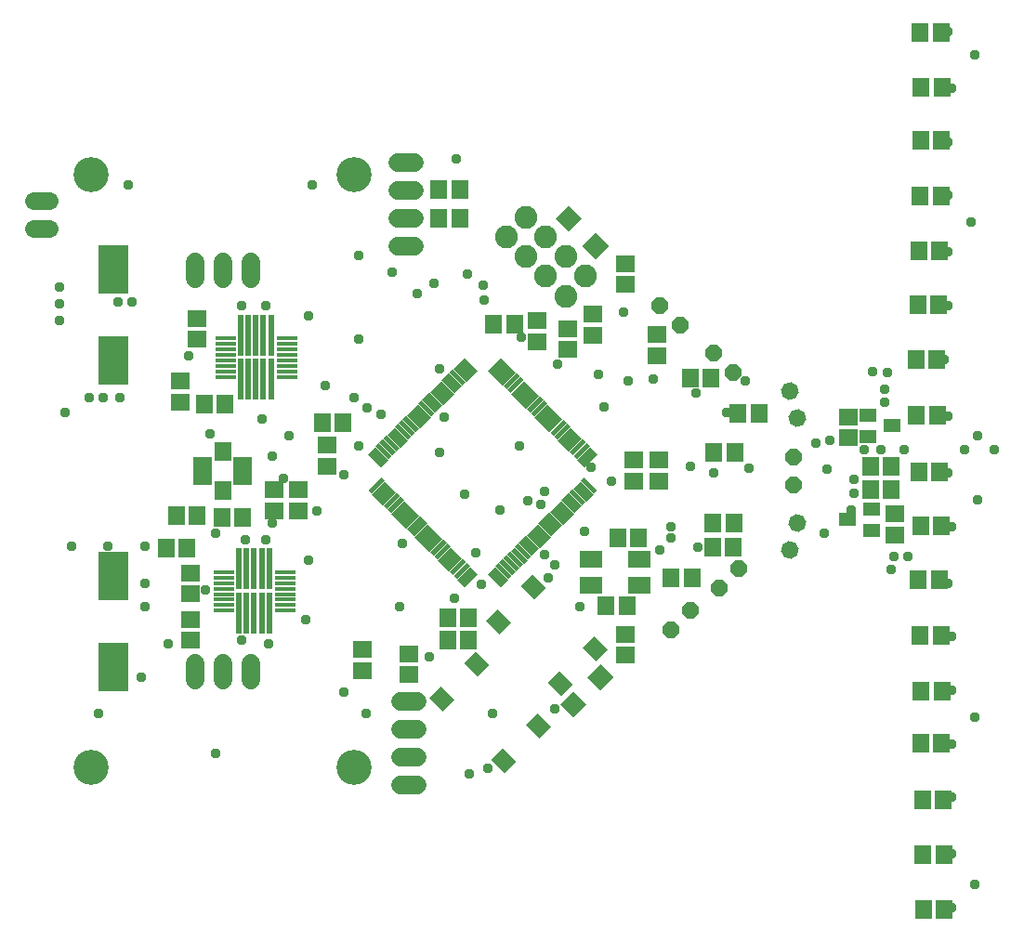
<source format=gbr>
G04 EAGLE Gerber RS-274X export*
G75*
%MOMM*%
%FSLAX34Y34*%
%LPD*%
%INSoldermask Top*%
%IPPOS*%
%AMOC8*
5,1,8,0,0,1.08239X$1,22.5*%
G01*
%ADD10R,1.503200X1.703200*%
%ADD11R,1.703200X1.503200*%
%ADD12P,1.649562X8X157.500000*%
%ADD13P,1.649562X8X247.500000*%
%ADD14P,1.649562X8X337.500000*%
%ADD15P,1.649562X8X67.500000*%
%ADD16C,1.625600*%
%ADD17R,1.703200X1.703200*%
%ADD18R,2.103200X1.603200*%
%ADD19R,1.603200X1.203200*%
%ADD20R,1.503200X1.803200*%
%ADD21R,1.803200X1.503200*%
%ADD22R,1.753200X1.503200*%
%ADD23R,0.457200X1.676400*%
%ADD24R,1.981200X0.457200*%
%ADD25R,0.508000X3.759200*%
%ADD26R,2.703200X4.503200*%
%ADD27C,1.727200*%
%ADD28R,1.803200X0.503200*%
%ADD29R,0.503200X1.803200*%
%ADD30C,3.203200*%
%ADD31C,1.711200*%
%ADD32P,1.649562X8X277.500000*%
%ADD33P,1.649562X8X127.500000*%
%ADD34P,1.649562X8X112.500000*%
%ADD35C,2.082800*%
%ADD36C,0.959600*%


D10*
X146594Y389448D03*
X127594Y389448D03*
D11*
X265110Y434304D03*
X265110Y453304D03*
D10*
X279822Y474152D03*
X260822Y474152D03*
X529808Y368488D03*
X548808Y368488D03*
X519516Y306644D03*
X538516Y306644D03*
D11*
X456842Y566626D03*
X456842Y547626D03*
D10*
X393868Y276032D03*
X374868Y276032D03*
D11*
X484444Y559730D03*
X484444Y540730D03*
D10*
X169250Y387416D03*
X188250Y387416D03*
D11*
X544256Y439588D03*
X544256Y420588D03*
X567624Y439588D03*
X567624Y420588D03*
D10*
X417032Y563184D03*
X436032Y563184D03*
X393868Y296352D03*
X374868Y296352D03*
D12*
X635080Y519670D03*
X617120Y537630D03*
D13*
X640330Y341180D03*
X622370Y323220D03*
D14*
X568570Y580480D03*
X586530Y562520D03*
D15*
X578070Y285170D03*
X596030Y303130D03*
D16*
X11684Y650428D02*
X-2540Y650428D01*
X-2540Y675828D02*
X11684Y675828D01*
D17*
G36*
X489604Y229163D02*
X501647Y217120D01*
X489604Y205077D01*
X477561Y217120D01*
X489604Y229163D01*
G37*
G36*
X514352Y253911D02*
X526395Y241868D01*
X514352Y229825D01*
X502309Y241868D01*
X514352Y253911D01*
G37*
G36*
X497217Y659792D02*
X485174Y647749D01*
X473131Y659792D01*
X485174Y671835D01*
X497217Y659792D01*
G37*
G36*
X521965Y635044D02*
X509922Y623001D01*
X497879Y635044D01*
X509922Y647087D01*
X521965Y635044D01*
G37*
D18*
X550000Y349632D03*
X506000Y349632D03*
X506000Y325632D03*
X550000Y325632D03*
D19*
X780046Y470982D03*
X758046Y461482D03*
X758046Y480482D03*
X739298Y385488D03*
X761298Y394988D03*
X761298Y375988D03*
D20*
X825458Y229152D03*
X806458Y229152D03*
X824614Y280200D03*
X805614Y280200D03*
X822862Y330346D03*
X803862Y330346D03*
D21*
X239202Y412664D03*
X239202Y393664D03*
X216850Y412664D03*
X216850Y393664D03*
X507304Y553684D03*
X507304Y572684D03*
D20*
X824764Y379448D03*
X805764Y379448D03*
X823210Y429000D03*
X804210Y429000D03*
X821218Y480700D03*
X802218Y480700D03*
X820510Y531050D03*
X801510Y531050D03*
X827060Y80104D03*
X808060Y80104D03*
X822516Y581350D03*
X803516Y581350D03*
X823464Y630052D03*
X804464Y630052D03*
X824414Y680352D03*
X805414Y680352D03*
X824762Y731500D03*
X805762Y731500D03*
X825364Y779100D03*
X806364Y779100D03*
X824508Y829552D03*
X805508Y829552D03*
X658658Y482412D03*
X639658Y482412D03*
D21*
X537168Y599884D03*
X537168Y618884D03*
X537022Y262092D03*
X537022Y281092D03*
D20*
X636504Y447118D03*
X617504Y447118D03*
D21*
X739836Y460212D03*
X739836Y479212D03*
X782508Y390566D03*
X782508Y371566D03*
D20*
X635140Y360674D03*
X616140Y360674D03*
X578698Y332552D03*
X597698Y332552D03*
X614780Y514820D03*
X595780Y514820D03*
D21*
X566052Y553972D03*
X566052Y534972D03*
D20*
X826512Y130250D03*
X807512Y130250D03*
X824962Y181996D03*
X805962Y181996D03*
D22*
G36*
X425315Y177364D02*
X437711Y164968D01*
X427081Y154338D01*
X414685Y166734D01*
X425315Y177364D01*
G37*
G36*
X369100Y233579D02*
X381496Y221183D01*
X370866Y210553D01*
X358470Y222949D01*
X369100Y233579D01*
G37*
G36*
X457134Y209183D02*
X469530Y196787D01*
X458900Y186157D01*
X446504Y198553D01*
X457134Y209183D01*
G37*
G36*
X400919Y265398D02*
X413315Y253002D01*
X402685Y242372D01*
X390289Y254768D01*
X400919Y265398D01*
G37*
D23*
G36*
X426598Y327521D02*
X423365Y324288D01*
X411512Y336141D01*
X414745Y339374D01*
X426598Y327521D01*
G37*
G36*
X430011Y330934D02*
X426778Y327701D01*
X414925Y339554D01*
X418158Y342787D01*
X430011Y330934D01*
G37*
G36*
X433603Y334526D02*
X430370Y331293D01*
X418517Y343146D01*
X421750Y346379D01*
X433603Y334526D01*
G37*
G36*
X437195Y338118D02*
X433962Y334885D01*
X422109Y346738D01*
X425342Y349971D01*
X437195Y338118D01*
G37*
G36*
X440787Y341710D02*
X437554Y338477D01*
X425701Y350330D01*
X428934Y353563D01*
X440787Y341710D01*
G37*
G36*
X444199Y345123D02*
X440966Y341890D01*
X429113Y353743D01*
X432346Y356976D01*
X444199Y345123D01*
G37*
G36*
X447792Y348715D02*
X444559Y345482D01*
X432706Y357335D01*
X435939Y360568D01*
X447792Y348715D01*
G37*
G36*
X451384Y352307D02*
X448151Y349074D01*
X436298Y360927D01*
X439531Y364160D01*
X451384Y352307D01*
G37*
G36*
X454796Y355719D02*
X451563Y352486D01*
X439710Y364339D01*
X442943Y367572D01*
X454796Y355719D01*
G37*
G36*
X458388Y359311D02*
X455155Y356078D01*
X443302Y367931D01*
X446535Y371164D01*
X458388Y359311D01*
G37*
G36*
X461980Y362903D02*
X458747Y359670D01*
X446894Y371523D01*
X450127Y374756D01*
X461980Y362903D01*
G37*
G36*
X465393Y366316D02*
X462160Y363083D01*
X450307Y374936D01*
X453540Y378169D01*
X465393Y366316D01*
G37*
G36*
X468985Y369908D02*
X465752Y366675D01*
X453899Y378528D01*
X457132Y381761D01*
X468985Y369908D01*
G37*
G36*
X472577Y373500D02*
X469344Y370267D01*
X457491Y382120D01*
X460724Y385353D01*
X472577Y373500D01*
G37*
G36*
X475990Y376913D02*
X472757Y373680D01*
X460904Y385533D01*
X464137Y388766D01*
X475990Y376913D01*
G37*
G36*
X479582Y380505D02*
X476349Y377272D01*
X464496Y389125D01*
X467729Y392358D01*
X479582Y380505D01*
G37*
G36*
X483174Y384097D02*
X479941Y380864D01*
X468088Y392717D01*
X471321Y395950D01*
X483174Y384097D01*
G37*
G36*
X486586Y387509D02*
X483353Y384276D01*
X471500Y396129D01*
X474733Y399362D01*
X486586Y387509D01*
G37*
G36*
X490178Y391101D02*
X486945Y387868D01*
X475092Y399721D01*
X478325Y402954D01*
X490178Y391101D01*
G37*
G36*
X493770Y394694D02*
X490537Y391461D01*
X478684Y403314D01*
X481917Y406547D01*
X493770Y394694D01*
G37*
G36*
X497183Y398106D02*
X493950Y394873D01*
X482097Y406726D01*
X485330Y409959D01*
X497183Y398106D01*
G37*
G36*
X500775Y401698D02*
X497542Y398465D01*
X485689Y410318D01*
X488922Y413551D01*
X500775Y401698D01*
G37*
G36*
X504367Y405290D02*
X501134Y402057D01*
X489281Y413910D01*
X492514Y417143D01*
X504367Y405290D01*
G37*
G36*
X507959Y408882D02*
X504726Y405649D01*
X492873Y417502D01*
X496106Y420735D01*
X507959Y408882D01*
G37*
G36*
X511372Y412295D02*
X508139Y409062D01*
X496286Y420915D01*
X499519Y424148D01*
X511372Y412295D01*
G37*
G36*
X499519Y433488D02*
X496286Y436721D01*
X508139Y448574D01*
X511372Y445341D01*
X499519Y433488D01*
G37*
G36*
X496106Y436901D02*
X492873Y440134D01*
X504726Y451987D01*
X507959Y448754D01*
X496106Y436901D01*
G37*
G36*
X492514Y440493D02*
X489281Y443726D01*
X501134Y455579D01*
X504367Y452346D01*
X492514Y440493D01*
G37*
G36*
X488922Y444085D02*
X485689Y447318D01*
X497542Y459171D01*
X500775Y455938D01*
X488922Y444085D01*
G37*
G36*
X485330Y447677D02*
X482097Y450910D01*
X493950Y462763D01*
X497183Y459530D01*
X485330Y447677D01*
G37*
G36*
X481917Y451089D02*
X478684Y454322D01*
X490537Y466175D01*
X493770Y462942D01*
X481917Y451089D01*
G37*
G36*
X478325Y454682D02*
X475092Y457915D01*
X486945Y469768D01*
X490178Y466535D01*
X478325Y454682D01*
G37*
G36*
X474733Y458274D02*
X471500Y461507D01*
X483353Y473360D01*
X486586Y470127D01*
X474733Y458274D01*
G37*
G36*
X471321Y461686D02*
X468088Y464919D01*
X479941Y476772D01*
X483174Y473539D01*
X471321Y461686D01*
G37*
G36*
X467729Y465278D02*
X464496Y468511D01*
X476349Y480364D01*
X479582Y477131D01*
X467729Y465278D01*
G37*
G36*
X464137Y468870D02*
X460904Y472103D01*
X472757Y483956D01*
X475990Y480723D01*
X464137Y468870D01*
G37*
G36*
X460724Y472283D02*
X457491Y475516D01*
X469344Y487369D01*
X472577Y484136D01*
X460724Y472283D01*
G37*
G36*
X457132Y475875D02*
X453899Y479108D01*
X465752Y490961D01*
X468985Y487728D01*
X457132Y475875D01*
G37*
G36*
X453540Y479467D02*
X450307Y482700D01*
X462160Y494553D01*
X465393Y491320D01*
X453540Y479467D01*
G37*
G36*
X450127Y482880D02*
X446894Y486113D01*
X458747Y497966D01*
X461980Y494733D01*
X450127Y482880D01*
G37*
G36*
X446535Y486472D02*
X443302Y489705D01*
X455155Y501558D01*
X458388Y498325D01*
X446535Y486472D01*
G37*
G36*
X442943Y490064D02*
X439710Y493297D01*
X451563Y505150D01*
X454796Y501917D01*
X442943Y490064D01*
G37*
G36*
X439531Y493476D02*
X436298Y496709D01*
X448151Y508562D01*
X451384Y505329D01*
X439531Y493476D01*
G37*
G36*
X435939Y497068D02*
X432706Y500301D01*
X444559Y512154D01*
X447792Y508921D01*
X435939Y497068D01*
G37*
G36*
X432346Y500660D02*
X429113Y503893D01*
X440966Y515746D01*
X444199Y512513D01*
X432346Y500660D01*
G37*
G36*
X428934Y504073D02*
X425701Y507306D01*
X437554Y519159D01*
X440787Y515926D01*
X428934Y504073D01*
G37*
G36*
X425342Y507665D02*
X422109Y510898D01*
X433962Y522751D01*
X437195Y519518D01*
X425342Y507665D01*
G37*
G36*
X421750Y511257D02*
X418517Y514490D01*
X430370Y526343D01*
X433603Y523110D01*
X421750Y511257D01*
G37*
G36*
X418158Y514849D02*
X414925Y518082D01*
X426778Y529935D01*
X430011Y526702D01*
X418158Y514849D01*
G37*
G36*
X414745Y518262D02*
X411512Y521495D01*
X423365Y533348D01*
X426598Y530115D01*
X414745Y518262D01*
G37*
G36*
X402172Y521495D02*
X398939Y518262D01*
X387086Y530115D01*
X390319Y533348D01*
X402172Y521495D01*
G37*
G36*
X398759Y518082D02*
X395526Y514849D01*
X383673Y526702D01*
X386906Y529935D01*
X398759Y518082D01*
G37*
G36*
X395167Y514490D02*
X391934Y511257D01*
X380081Y523110D01*
X383314Y526343D01*
X395167Y514490D01*
G37*
G36*
X391575Y510898D02*
X388342Y507665D01*
X376489Y519518D01*
X379722Y522751D01*
X391575Y510898D01*
G37*
G36*
X387983Y507306D02*
X384750Y504073D01*
X372897Y515926D01*
X376130Y519159D01*
X387983Y507306D01*
G37*
G36*
X384571Y503893D02*
X381338Y500660D01*
X369485Y512513D01*
X372718Y515746D01*
X384571Y503893D01*
G37*
G36*
X380978Y500301D02*
X377745Y497068D01*
X365892Y508921D01*
X369125Y512154D01*
X380978Y500301D01*
G37*
G36*
X377386Y496709D02*
X374153Y493476D01*
X362300Y505329D01*
X365533Y508562D01*
X377386Y496709D01*
G37*
G36*
X373974Y493297D02*
X370741Y490064D01*
X358888Y501917D01*
X362121Y505150D01*
X373974Y493297D01*
G37*
G36*
X370382Y489705D02*
X367149Y486472D01*
X355296Y498325D01*
X358529Y501558D01*
X370382Y489705D01*
G37*
G36*
X366790Y486113D02*
X363557Y482880D01*
X351704Y494733D01*
X354937Y497966D01*
X366790Y486113D01*
G37*
G36*
X363377Y482700D02*
X360144Y479467D01*
X348291Y491320D01*
X351524Y494553D01*
X363377Y482700D01*
G37*
G36*
X359785Y479108D02*
X356552Y475875D01*
X344699Y487728D01*
X347932Y490961D01*
X359785Y479108D01*
G37*
G36*
X356193Y475516D02*
X352960Y472283D01*
X341107Y484136D01*
X344340Y487369D01*
X356193Y475516D01*
G37*
G36*
X352780Y472103D02*
X349547Y468870D01*
X337694Y480723D01*
X340927Y483956D01*
X352780Y472103D01*
G37*
G36*
X349188Y468511D02*
X345955Y465278D01*
X334102Y477131D01*
X337335Y480364D01*
X349188Y468511D01*
G37*
G36*
X345596Y464919D02*
X342363Y461686D01*
X330510Y473539D01*
X333743Y476772D01*
X345596Y464919D01*
G37*
G36*
X342184Y461507D02*
X338951Y458274D01*
X327098Y470127D01*
X330331Y473360D01*
X342184Y461507D01*
G37*
G36*
X338592Y457915D02*
X335359Y454682D01*
X323506Y466535D01*
X326739Y469768D01*
X338592Y457915D01*
G37*
G36*
X335000Y454322D02*
X331767Y451089D01*
X319914Y462942D01*
X323147Y466175D01*
X335000Y454322D01*
G37*
G36*
X331587Y450910D02*
X328354Y447677D01*
X316501Y459530D01*
X319734Y462763D01*
X331587Y450910D01*
G37*
G36*
X327995Y447318D02*
X324762Y444085D01*
X312909Y455938D01*
X316142Y459171D01*
X327995Y447318D01*
G37*
G36*
X324403Y443726D02*
X321170Y440493D01*
X309317Y452346D01*
X312550Y455579D01*
X324403Y443726D01*
G37*
G36*
X320811Y440134D02*
X317578Y436901D01*
X305725Y448754D01*
X308958Y451987D01*
X320811Y440134D01*
G37*
G36*
X317398Y436721D02*
X314165Y433488D01*
X302312Y445341D01*
X305545Y448574D01*
X317398Y436721D01*
G37*
G36*
X305545Y409062D02*
X302312Y412295D01*
X314165Y424148D01*
X317398Y420915D01*
X305545Y409062D01*
G37*
G36*
X308958Y405649D02*
X305725Y408882D01*
X317578Y420735D01*
X320811Y417502D01*
X308958Y405649D01*
G37*
G36*
X312550Y402057D02*
X309317Y405290D01*
X321170Y417143D01*
X324403Y413910D01*
X312550Y402057D01*
G37*
G36*
X316142Y398465D02*
X312909Y401698D01*
X324762Y413551D01*
X327995Y410318D01*
X316142Y398465D01*
G37*
G36*
X319734Y394873D02*
X316501Y398106D01*
X328354Y409959D01*
X331587Y406726D01*
X319734Y394873D01*
G37*
G36*
X323147Y391461D02*
X319914Y394694D01*
X331767Y406547D01*
X335000Y403314D01*
X323147Y391461D01*
G37*
G36*
X326739Y387868D02*
X323506Y391101D01*
X335359Y402954D01*
X338592Y399721D01*
X326739Y387868D01*
G37*
G36*
X330331Y384276D02*
X327098Y387509D01*
X338951Y399362D01*
X342184Y396129D01*
X330331Y384276D01*
G37*
G36*
X333743Y380864D02*
X330510Y384097D01*
X342363Y395950D01*
X345596Y392717D01*
X333743Y380864D01*
G37*
G36*
X337335Y377272D02*
X334102Y380505D01*
X345955Y392358D01*
X349188Y389125D01*
X337335Y377272D01*
G37*
G36*
X340927Y373680D02*
X337694Y376913D01*
X349547Y388766D01*
X352780Y385533D01*
X340927Y373680D01*
G37*
G36*
X344340Y370267D02*
X341107Y373500D01*
X352960Y385353D01*
X356193Y382120D01*
X344340Y370267D01*
G37*
G36*
X347932Y366675D02*
X344699Y369908D01*
X356552Y381761D01*
X359785Y378528D01*
X347932Y366675D01*
G37*
G36*
X351524Y363083D02*
X348291Y366316D01*
X360144Y378169D01*
X363377Y374936D01*
X351524Y363083D01*
G37*
G36*
X354937Y359670D02*
X351704Y362903D01*
X363557Y374756D01*
X366790Y371523D01*
X354937Y359670D01*
G37*
G36*
X358529Y356078D02*
X355296Y359311D01*
X367149Y371164D01*
X370382Y367931D01*
X358529Y356078D01*
G37*
G36*
X362121Y352486D02*
X358888Y355719D01*
X370741Y367572D01*
X373974Y364339D01*
X362121Y352486D01*
G37*
G36*
X365533Y349074D02*
X362300Y352307D01*
X374153Y364160D01*
X377386Y360927D01*
X365533Y349074D01*
G37*
G36*
X369125Y345482D02*
X365892Y348715D01*
X377745Y360568D01*
X380978Y357335D01*
X369125Y345482D01*
G37*
G36*
X372718Y341890D02*
X369485Y345123D01*
X381338Y356976D01*
X384571Y353743D01*
X372718Y341890D01*
G37*
G36*
X376130Y338477D02*
X372897Y341710D01*
X384750Y353563D01*
X387983Y350330D01*
X376130Y338477D01*
G37*
G36*
X379722Y334885D02*
X376489Y338118D01*
X388342Y349971D01*
X391575Y346738D01*
X379722Y334885D01*
G37*
G36*
X383314Y331293D02*
X380081Y334526D01*
X391934Y346379D01*
X395167Y343146D01*
X383314Y331293D01*
G37*
G36*
X386906Y327701D02*
X383673Y330934D01*
X395526Y342787D01*
X398759Y339554D01*
X386906Y327701D01*
G37*
G36*
X390319Y324288D02*
X387086Y327521D01*
X398939Y339374D01*
X402172Y336141D01*
X390319Y324288D01*
G37*
D22*
G36*
X476831Y247676D02*
X489227Y235280D01*
X478597Y224650D01*
X466201Y237046D01*
X476831Y247676D01*
G37*
G36*
X420616Y303891D02*
X433012Y291495D01*
X422382Y280865D01*
X409986Y293261D01*
X420616Y303891D01*
G37*
G36*
X508650Y279495D02*
X521046Y267099D01*
X510416Y256469D01*
X498020Y268865D01*
X508650Y279495D01*
G37*
G36*
X452435Y335710D02*
X464831Y323314D01*
X454201Y312684D01*
X441805Y325080D01*
X452435Y335710D01*
G37*
D24*
X228666Y515712D03*
X228666Y520712D03*
X228666Y525712D03*
X228666Y530712D03*
X228666Y535712D03*
X228666Y540712D03*
X228666Y545712D03*
X228666Y550712D03*
D25*
X214086Y553792D03*
X207086Y553792D03*
X200086Y553792D03*
X193086Y553792D03*
X186086Y553792D03*
D24*
X172522Y550712D03*
X172522Y545712D03*
X172522Y540712D03*
X172522Y535712D03*
X172522Y530712D03*
X172522Y525712D03*
X172522Y520712D03*
X172522Y515712D03*
D25*
X186086Y513648D03*
X193086Y513648D03*
X200086Y513648D03*
X207086Y513648D03*
X214086Y513648D03*
D11*
X146492Y568620D03*
X146492Y549620D03*
D10*
X171994Y491048D03*
X152994Y491048D03*
D11*
X131252Y511724D03*
X131252Y492724D03*
D26*
X70800Y530828D03*
X70800Y613828D03*
D24*
X227142Y302606D03*
X227142Y307606D03*
X227142Y312606D03*
X227142Y317606D03*
X227142Y322606D03*
X227142Y327606D03*
X227142Y332606D03*
X227142Y337606D03*
D25*
X212562Y340686D03*
X205562Y340686D03*
X198562Y340686D03*
X191562Y340686D03*
X184562Y340686D03*
D24*
X170998Y337606D03*
X170998Y332606D03*
X170998Y327606D03*
X170998Y322606D03*
X170998Y317606D03*
X170998Y312606D03*
X170998Y307606D03*
X170998Y302606D03*
D25*
X184562Y300542D03*
X191562Y300542D03*
X198562Y300542D03*
X205562Y300542D03*
X212562Y300542D03*
D10*
X137450Y359476D03*
X118450Y359476D03*
D11*
X140396Y275554D03*
X140396Y294554D03*
X140650Y317718D03*
X140650Y336718D03*
D27*
X329372Y711012D02*
X344612Y711012D01*
X344612Y685612D02*
X329372Y685612D01*
X329372Y660212D02*
X344612Y660212D01*
X344612Y634812D02*
X329372Y634812D01*
D20*
X827308Y30000D03*
X808308Y30000D03*
D28*
X188000Y420000D03*
X188000Y425000D03*
X188000Y430000D03*
X188000Y435000D03*
X188000Y440000D03*
D29*
X175000Y448000D03*
X170000Y448000D03*
X165000Y448000D03*
D28*
X152000Y440000D03*
X152000Y435000D03*
X152000Y430000D03*
X152000Y425000D03*
X152000Y420000D03*
D29*
X165000Y412000D03*
X170000Y412000D03*
X175000Y412000D03*
D30*
X50000Y700000D03*
X290000Y700000D03*
D31*
X195400Y620540D02*
X195400Y605460D01*
X170000Y605460D02*
X170000Y620540D01*
X144600Y620540D02*
X144600Y605460D01*
D30*
X290000Y160000D03*
X50000Y160000D03*
D31*
X144600Y239460D02*
X144600Y254540D01*
X170000Y254540D02*
X170000Y239460D01*
X195400Y239460D02*
X195400Y254540D01*
D32*
X693287Y382267D03*
X686713Y357733D03*
D20*
X635596Y382332D03*
X616596Y382332D03*
D33*
X693287Y477733D03*
X686713Y502267D03*
D34*
X690000Y417300D03*
X690000Y442700D03*
D10*
X779308Y434152D03*
X760308Y434152D03*
X779308Y412816D03*
X760308Y412816D03*
D35*
X500421Y607199D03*
X482461Y589239D03*
X482461Y625160D03*
X464500Y607199D03*
X464500Y643121D03*
X446539Y625160D03*
X446539Y661081D03*
X428579Y643121D03*
D26*
X70104Y251108D03*
X70104Y334108D03*
D20*
X385876Y686512D03*
X366876Y686512D03*
X385876Y660072D03*
X366876Y660072D03*
D27*
X347620Y143852D02*
X332380Y143852D01*
X332380Y169252D02*
X347620Y169252D01*
X347620Y194652D02*
X332380Y194652D01*
X332380Y220052D02*
X347620Y220052D01*
D21*
X297288Y248108D03*
X297288Y267108D03*
X339960Y244340D03*
X339960Y263340D03*
D36*
X154112Y321376D03*
X99248Y327472D03*
X74864Y583504D03*
X138872Y534736D03*
X245552Y293944D03*
X263840Y507304D03*
X99248Y306136D03*
X87056Y583504D03*
X754568Y449392D03*
X745424Y409768D03*
X745424Y421960D03*
X723580Y457520D03*
X769808Y449392D03*
X411480Y158496D03*
X472440Y213360D03*
X163256Y373192D03*
X463335Y353607D03*
X499872Y374904D03*
X524256Y420624D03*
X381000Y313944D03*
X32192Y361000D03*
X99248Y361000D03*
X65720Y361000D03*
X441960Y551688D03*
X505968Y432816D03*
X646176Y512064D03*
X300416Y208600D03*
X416240Y208600D03*
X495488Y306136D03*
X596072Y434152D03*
X158496Y463296D03*
X26096Y482920D03*
X330896Y306136D03*
X333944Y364048D03*
X401000Y354904D03*
X422336Y394528D03*
X367472Y446344D03*
X440624Y452440D03*
X230312Y461584D03*
X294320Y549976D03*
X324800Y610936D03*
X367472Y522544D03*
X382712Y714568D03*
X84008Y690184D03*
X251648Y690184D03*
X248600Y571312D03*
X163256Y172024D03*
X56576Y208600D03*
X358328Y260416D03*
X568640Y357952D03*
X721040Y431104D03*
X562544Y513400D03*
X535112Y574360D03*
X294320Y626176D03*
X858200Y403672D03*
X858200Y461584D03*
X855152Y809056D03*
X855152Y53152D03*
X855152Y205552D03*
X852104Y656656D03*
X294320Y452440D03*
X248600Y348808D03*
X407096Y598744D03*
X187640Y275656D03*
X212024Y272608D03*
X96200Y242128D03*
X120584Y272608D03*
X205928Y476824D03*
X21336Y566928D03*
X76200Y496824D03*
X60960Y496824D03*
X48768Y496824D03*
X21336Y582168D03*
X21336Y597408D03*
X215072Y382336D03*
X215072Y443296D03*
X394904Y153736D03*
X617408Y428056D03*
X603184Y359984D03*
X601660Y500700D03*
X629600Y482920D03*
X280416Y426720D03*
X390144Y408432D03*
X280416Y228600D03*
X225552Y423170D03*
X256032Y393192D03*
X313944Y481584D03*
X393192Y609600D03*
X301752Y487680D03*
X347472Y591312D03*
X833816Y80584D03*
X778952Y339664D03*
X833816Y181168D03*
X782000Y351856D03*
X833816Y278704D03*
X794192Y351856D03*
X833816Y379288D03*
X717992Y373192D03*
X830768Y479872D03*
X772856Y492064D03*
X830768Y580456D03*
X772856Y504256D03*
X830768Y681040D03*
X775904Y519496D03*
X833816Y778576D03*
X762054Y520544D03*
X578800Y378780D03*
X517840Y488000D03*
X448056Y402336D03*
X405384Y326136D03*
X475488Y527304D03*
X833816Y132400D03*
X833816Y229936D03*
X830768Y327472D03*
X830768Y428056D03*
X827720Y531688D03*
X830768Y629224D03*
X830768Y729808D03*
X830768Y830392D03*
X742376Y394528D03*
X649920Y432120D03*
X466344Y332232D03*
X539496Y512064D03*
X578800Y368620D03*
X512064Y518160D03*
X791144Y449392D03*
X846008Y449392D03*
X873440Y449392D03*
X710880Y454980D03*
X472440Y344424D03*
X463296Y411480D03*
X187640Y580456D03*
X208976Y580456D03*
X190688Y367096D03*
X208976Y367096D03*
X460248Y399288D03*
X833816Y31816D03*
X289560Y496824D03*
X362712Y600456D03*
X371856Y478536D03*
X408432Y585216D03*
M02*

</source>
